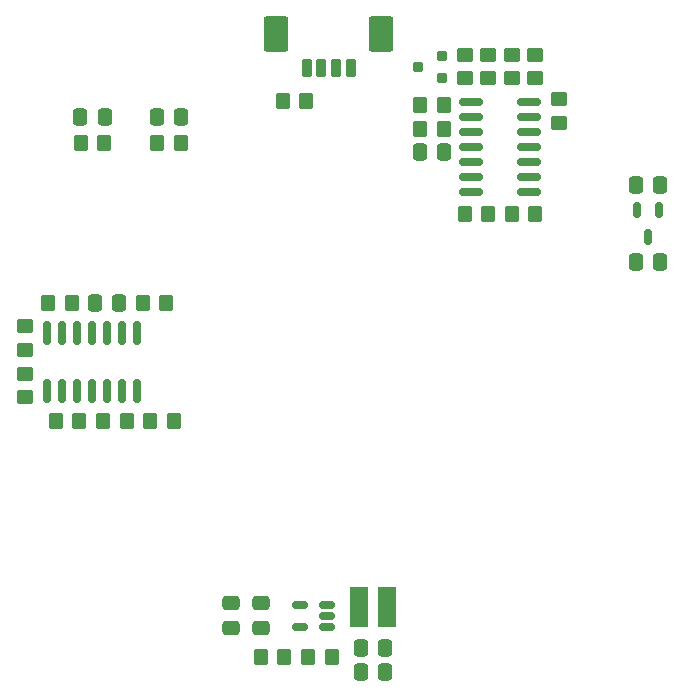
<source format=gbr>
%TF.GenerationSoftware,KiCad,Pcbnew,(7.0.0)*%
%TF.CreationDate,2023-02-20T00:43:47+01:00*%
%TF.ProjectId,led_testjig,6c65645f-7465-4737-946a-69672e6b6963,rev?*%
%TF.SameCoordinates,Original*%
%TF.FileFunction,Paste,Top*%
%TF.FilePolarity,Positive*%
%FSLAX46Y46*%
G04 Gerber Fmt 4.6, Leading zero omitted, Abs format (unit mm)*
G04 Created by KiCad (PCBNEW (7.0.0)) date 2023-02-20 00:43:47*
%MOMM*%
%LPD*%
G01*
G04 APERTURE LIST*
G04 Aperture macros list*
%AMRoundRect*
0 Rectangle with rounded corners*
0 $1 Rounding radius*
0 $2 $3 $4 $5 $6 $7 $8 $9 X,Y pos of 4 corners*
0 Add a 4 corners polygon primitive as box body*
4,1,4,$2,$3,$4,$5,$6,$7,$8,$9,$2,$3,0*
0 Add four circle primitives for the rounded corners*
1,1,$1+$1,$2,$3*
1,1,$1+$1,$4,$5*
1,1,$1+$1,$6,$7*
1,1,$1+$1,$8,$9*
0 Add four rect primitives between the rounded corners*
20,1,$1+$1,$2,$3,$4,$5,0*
20,1,$1+$1,$4,$5,$6,$7,0*
20,1,$1+$1,$6,$7,$8,$9,0*
20,1,$1+$1,$8,$9,$2,$3,0*%
G04 Aperture macros list end*
%ADD10RoundRect,0.250000X0.337500X0.475000X-0.337500X0.475000X-0.337500X-0.475000X0.337500X-0.475000X0*%
%ADD11RoundRect,0.150000X0.512500X0.150000X-0.512500X0.150000X-0.512500X-0.150000X0.512500X-0.150000X0*%
%ADD12RoundRect,0.250000X-0.475000X0.337500X-0.475000X-0.337500X0.475000X-0.337500X0.475000X0.337500X0*%
%ADD13RoundRect,0.250000X0.350000X0.450000X-0.350000X0.450000X-0.350000X-0.450000X0.350000X-0.450000X0*%
%ADD14RoundRect,0.250000X-0.450000X0.350000X-0.450000X-0.350000X0.450000X-0.350000X0.450000X0.350000X0*%
%ADD15RoundRect,0.250000X0.450000X-0.350000X0.450000X0.350000X-0.450000X0.350000X-0.450000X-0.350000X0*%
%ADD16RoundRect,0.200000X0.200000X0.600000X-0.200000X0.600000X-0.200000X-0.600000X0.200000X-0.600000X0*%
%ADD17RoundRect,0.250001X0.799999X1.249999X-0.799999X1.249999X-0.799999X-1.249999X0.799999X-1.249999X0*%
%ADD18RoundRect,0.150000X-0.825000X-0.150000X0.825000X-0.150000X0.825000X0.150000X-0.825000X0.150000X0*%
%ADD19R,1.600000X3.500000*%
%ADD20RoundRect,0.150000X-0.150000X0.512500X-0.150000X-0.512500X0.150000X-0.512500X0.150000X0.512500X0*%
%ADD21RoundRect,0.250000X-0.337500X-0.475000X0.337500X-0.475000X0.337500X0.475000X-0.337500X0.475000X0*%
%ADD22RoundRect,0.250000X-0.350000X-0.450000X0.350000X-0.450000X0.350000X0.450000X-0.350000X0.450000X0*%
%ADD23RoundRect,0.200000X0.250000X0.200000X-0.250000X0.200000X-0.250000X-0.200000X0.250000X-0.200000X0*%
%ADD24RoundRect,0.150000X-0.150000X0.825000X-0.150000X-0.825000X0.150000X-0.825000X0.150000X0.825000X0*%
G04 APERTURE END LIST*
D10*
%TO.C,C204*%
X137537500Y-79500000D03*
X135462500Y-79500000D03*
%TD*%
D11*
%TO.C,U401*%
X149887500Y-122700000D03*
X149887500Y-121750000D03*
X149887500Y-120800000D03*
X147612500Y-120800000D03*
X147612500Y-122700000D03*
%TD*%
D12*
%TO.C,C402*%
X144250000Y-120712500D03*
X144250000Y-122787500D03*
%TD*%
D13*
%TO.C,R401*%
X150250000Y-125250000D03*
X148250000Y-125250000D03*
%TD*%
D14*
%TO.C,R306*%
X167500000Y-74249999D03*
X167500000Y-76249999D03*
%TD*%
D15*
%TO.C,R311*%
X161500000Y-76249999D03*
X161500000Y-74249999D03*
%TD*%
D14*
%TO.C,R205*%
X124250000Y-101250000D03*
X124250000Y-103250000D03*
%TD*%
D13*
%TO.C,R402*%
X146250000Y-125250000D03*
X144250000Y-125250000D03*
%TD*%
D16*
%TO.C,J101*%
X151875000Y-75400000D03*
X150625000Y-75400000D03*
X149375000Y-75400000D03*
X148125000Y-75400000D03*
D17*
X154425000Y-72500000D03*
X145575000Y-72500000D03*
%TD*%
D13*
%TO.C,R301*%
X163500000Y-87749999D03*
X161500000Y-87749999D03*
%TD*%
%TO.C,R302*%
X167500000Y-87749999D03*
X165500000Y-87749999D03*
%TD*%
D15*
%TO.C,R308*%
X165500000Y-76249999D03*
X165500000Y-74249999D03*
%TD*%
%TO.C,R310*%
X163500000Y-76249999D03*
X163500000Y-74249999D03*
%TD*%
D18*
%TO.C,U301*%
X162050000Y-78229999D03*
X162050000Y-79499999D03*
X162050000Y-80769999D03*
X162050000Y-82039999D03*
X162050000Y-83309999D03*
X162050000Y-84579999D03*
X162050000Y-85849999D03*
X167000000Y-85849999D03*
X167000000Y-84579999D03*
X167000000Y-83309999D03*
X167000000Y-82039999D03*
X167000000Y-80769999D03*
X167000000Y-79499999D03*
X167000000Y-78229999D03*
%TD*%
D19*
%TO.C,L401*%
X152549999Y-120999999D03*
X154949999Y-120999999D03*
%TD*%
D20*
%TO.C,U402*%
X177987500Y-87425000D03*
X176087500Y-87425000D03*
X177037500Y-89700000D03*
%TD*%
D21*
%TO.C,C403*%
X176000000Y-91812500D03*
X178075000Y-91812500D03*
%TD*%
D13*
%TO.C,R209*%
X137500000Y-81750000D03*
X135500000Y-81750000D03*
%TD*%
D10*
%TO.C,C405*%
X154787500Y-126500000D03*
X152712500Y-126500000D03*
%TD*%
D21*
%TO.C,C404*%
X176000000Y-85312500D03*
X178075000Y-85312500D03*
%TD*%
D13*
%TO.C,R207*%
X136900000Y-105250000D03*
X134900000Y-105250000D03*
%TD*%
%TO.C,R202*%
X128900000Y-105250000D03*
X126900000Y-105250000D03*
%TD*%
D22*
%TO.C,R203*%
X130900000Y-105250000D03*
X132900000Y-105250000D03*
%TD*%
%TO.C,R208*%
X129000000Y-81750000D03*
X131000000Y-81750000D03*
%TD*%
D15*
%TO.C,R305*%
X169500000Y-79999999D03*
X169500000Y-77999999D03*
%TD*%
D23*
%TO.C,Q302*%
X159600000Y-76250000D03*
X159600000Y-74350000D03*
X157600000Y-75300000D03*
%TD*%
D10*
%TO.C,C406*%
X154787500Y-124500000D03*
X152712500Y-124500000D03*
%TD*%
D22*
%TO.C,R307*%
X157750000Y-80499999D03*
X159750000Y-80499999D03*
%TD*%
D21*
%TO.C,C302*%
X157712500Y-82499999D03*
X159787500Y-82499999D03*
%TD*%
%TO.C,C203*%
X128962500Y-79500000D03*
X131037500Y-79500000D03*
%TD*%
D10*
%TO.C,C201*%
X132287500Y-95250000D03*
X130212500Y-95250000D03*
%TD*%
D13*
%TO.C,R206*%
X136250000Y-95250000D03*
X134250000Y-95250000D03*
%TD*%
D22*
%TO.C,R201*%
X126250000Y-95250000D03*
X128250000Y-95250000D03*
%TD*%
D13*
%TO.C,R309*%
X159750000Y-78499999D03*
X157750000Y-78499999D03*
%TD*%
D24*
%TO.C,U201*%
X133810000Y-97775000D03*
X132540000Y-97775000D03*
X131270000Y-97775000D03*
X130000000Y-97775000D03*
X128730000Y-97775000D03*
X127460000Y-97775000D03*
X126190000Y-97775000D03*
X126190000Y-102725000D03*
X127460000Y-102725000D03*
X128730000Y-102725000D03*
X130000000Y-102725000D03*
X131270000Y-102725000D03*
X132540000Y-102725000D03*
X133810000Y-102725000D03*
%TD*%
D15*
%TO.C,R204*%
X124250000Y-97250000D03*
X124250000Y-99250000D03*
%TD*%
D22*
%TO.C,R312*%
X146100000Y-78200000D03*
X148100000Y-78200000D03*
%TD*%
D12*
%TO.C,C401*%
X141750000Y-120712500D03*
X141750000Y-122787500D03*
%TD*%
M02*

</source>
